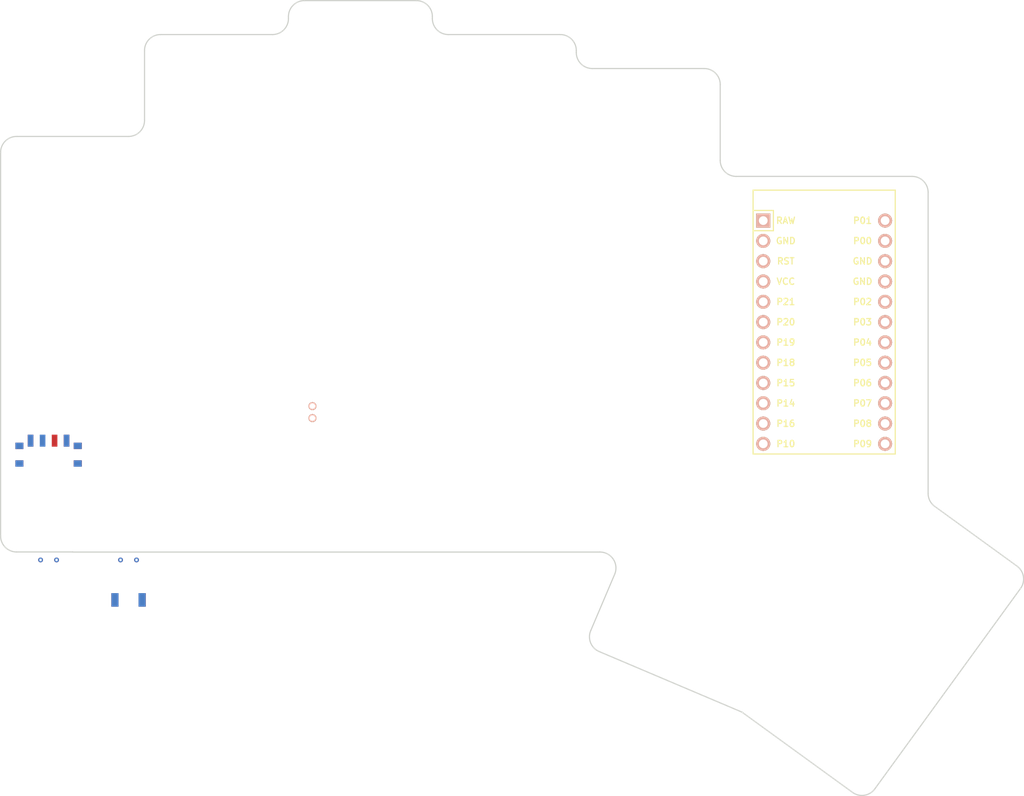
<source format=kicad_pcb>

            
(kicad_pcb (version 20171130) (host pcbnew 5.1.6)

  (page A3)
  (title_block
    (title main)
    (rev v1.0.0)
    (company Unknown)
  )

  (general
    (thickness 1.6)
  )

  (layers
    (0 F.Cu signal)
    (31 B.Cu signal)
    (32 B.Adhes user)
    (33 F.Adhes user)
    (34 B.Paste user)
    (35 F.Paste user)
    (36 B.SilkS user)
    (37 F.SilkS user)
    (38 B.Mask user)
    (39 F.Mask user)
    (40 Dwgs.User user)
    (41 Cmts.User user)
    (42 Eco1.User user)
    (43 Eco2.User user)
    (44 Edge.Cuts user)
    (45 Margin user)
    (46 B.CrtYd user)
    (47 F.CrtYd user)
    (48 B.Fab user)
    (49 F.Fab user)
  )

  (setup
    (last_trace_width 0.25)
    (trace_clearance 0.2)
    (zone_clearance 0.508)
    (zone_45_only no)
    (trace_min 0.2)
    (via_size 0.8)
    (via_drill 0.4)
    (via_min_size 0.4)
    (via_min_drill 0.3)
    (uvia_size 0.3)
    (uvia_drill 0.1)
    (uvias_allowed no)
    (uvia_min_size 0.2)
    (uvia_min_drill 0.1)
    (edge_width 0.05)
    (segment_width 0.2)
    (pcb_text_width 0.3)
    (pcb_text_size 1.5 1.5)
    (mod_edge_width 0.12)
    (mod_text_size 1 1)
    (mod_text_width 0.15)
    (pad_size 1.524 1.524)
    (pad_drill 0.762)
    (pad_to_mask_clearance 0.05)
    (aux_axis_origin 0 0)
    (visible_elements FFFFFF7F)
    (pcbplotparams
      (layerselection 0x010fc_ffffffff)
      (usegerberextensions false)
      (usegerberattributes true)
      (usegerberadvancedattributes true)
      (creategerberjobfile true)
      (excludeedgelayer true)
      (linewidth 0.100000)
      (plotframeref false)
      (viasonmask false)
      (mode 1)
      (useauxorigin false)
      (hpglpennumber 1)
      (hpglpenspeed 20)
      (hpglpendiameter 15.000000)
      (psnegative false)
      (psa4output false)
      (plotreference true)
      (plotvalue true)
      (plotinvisibletext false)
      (padsonsilk false)
      (subtractmaskfromsilk false)
      (outputformat 1)
      (mirror false)
      (drillshape 1)
      (scaleselection 1)
      (outputdirectory ""))
  )

            (net 0 "")
(net 1 "RAW")
(net 2 "GND")
(net 3 "RST")
(net 4 "VCC")
(net 5 "P21")
(net 6 "P20")
(net 7 "P19")
(net 8 "P18")
(net 9 "P15")
(net 10 "P14")
(net 11 "P16")
(net 12 "P10")
(net 13 "P1")
(net 14 "P0")
(net 15 "P2")
(net 16 "P3")
(net 17 "P4")
(net 18 "P5")
(net 19 "P6")
(net 20 "P7")
(net 21 "P8")
(net 22 "P9")
(net 23 "pos")
            
  (net_class Default "This is the default net class."
    (clearance 0.2)
    (trace_width 0.25)
    (via_dia 0.8)
    (via_drill 0.4)
    (uvia_dia 0.3)
    (uvia_drill 0.1)
    (add_net "")
(add_net "RAW")
(add_net "GND")
(add_net "RST")
(add_net "VCC")
(add_net "P21")
(add_net "P20")
(add_net "P19")
(add_net "P18")
(add_net "P15")
(add_net "P14")
(add_net "P16")
(add_net "P10")
(add_net "P1")
(add_net "P0")
(add_net "P2")
(add_net "P3")
(add_net "P4")
(add_net "P5")
(add_net "P6")
(add_net "P7")
(add_net "P8")
(add_net "P9")
(add_net "pos")
  )

            
        
      (module ProMicro (layer F.Cu) (tedit 5B307E4C)
      (at 112 -18.5 -90)

      
      (fp_text reference "MCU1" (at 0 0) (layer F.SilkS) hide (effects (font (size 1.27 1.27) (thickness 0.15))))
      (fp_text value "" (at 0 0) (layer F.SilkS) hide (effects (font (size 1.27 1.27) (thickness 0.15))))
    
      
      (fp_line (start -19.304 -3.81) (end -14.224 -3.81) (layer Dwgs.User) (width 0.15))
      (fp_line (start -19.304 3.81) (end -19.304 -3.81) (layer Dwgs.User) (width 0.15))
      (fp_line (start -14.224 3.81) (end -19.304 3.81) (layer Dwgs.User) (width 0.15))
      (fp_line (start -14.224 -3.81) (end -14.224 3.81) (layer Dwgs.User) (width 0.15))
    
      
      (fp_line (start -17.78 8.89) (end 15.24 8.89) (layer F.SilkS) (width 0.15))
      (fp_line (start 15.24 8.89) (end 15.24 -8.89) (layer F.SilkS) (width 0.15))
      (fp_line (start 15.24 -8.89) (end -17.78 -8.89) (layer F.SilkS) (width 0.15))
      (fp_line (start -17.78 -8.89) (end -17.78 8.89) (layer F.SilkS) (width 0.15))
      
        
        
        (fp_line (start -15.24 6.35) (end -12.7 6.35) (layer F.SilkS) (width 0.15))
        (fp_line (start -15.24 6.35) (end -15.24 8.89) (layer F.SilkS) (width 0.15))
        (fp_line (start -12.7 6.35) (end -12.7 8.89) (layer F.SilkS) (width 0.15))
      
        
        (fp_text user RAW (at -13.97 4.8 0) (layer F.SilkS) (effects (font (size 0.8 0.8) (thickness 0.15))))
        (fp_text user GND (at -11.43 4.8 0) (layer F.SilkS) (effects (font (size 0.8 0.8) (thickness 0.15))))
        (fp_text user RST (at -8.89 4.8 0) (layer F.SilkS) (effects (font (size 0.8 0.8) (thickness 0.15))))
        (fp_text user VCC (at -6.35 4.8 0) (layer F.SilkS) (effects (font (size 0.8 0.8) (thickness 0.15))))
        (fp_text user P21 (at -3.81 4.8 0) (layer F.SilkS) (effects (font (size 0.8 0.8) (thickness 0.15))))
        (fp_text user P20 (at -1.27 4.8 0) (layer F.SilkS) (effects (font (size 0.8 0.8) (thickness 0.15))))
        (fp_text user P19 (at 1.27 4.8 0) (layer F.SilkS) (effects (font (size 0.8 0.8) (thickness 0.15))))
        (fp_text user P18 (at 3.81 4.8 0) (layer F.SilkS) (effects (font (size 0.8 0.8) (thickness 0.15))))
        (fp_text user P15 (at 6.35 4.8 0) (layer F.SilkS) (effects (font (size 0.8 0.8) (thickness 0.15))))
        (fp_text user P14 (at 8.89 4.8 0) (layer F.SilkS) (effects (font (size 0.8 0.8) (thickness 0.15))))
        (fp_text user P16 (at 11.43 4.8 0) (layer F.SilkS) (effects (font (size 0.8 0.8) (thickness 0.15))))
        (fp_text user P10 (at 13.97 4.8 0) (layer F.SilkS) (effects (font (size 0.8 0.8) (thickness 0.15))))
      
        (fp_text user P01 (at -13.97 -4.8 0) (layer F.SilkS) (effects (font (size 0.8 0.8) (thickness 0.15))))
        (fp_text user P00 (at -11.43 -4.8 0) (layer F.SilkS) (effects (font (size 0.8 0.8) (thickness 0.15))))
        (fp_text user GND (at -8.89 -4.8 0) (layer F.SilkS) (effects (font (size 0.8 0.8) (thickness 0.15))))
        (fp_text user GND (at -6.35 -4.8 0) (layer F.SilkS) (effects (font (size 0.8 0.8) (thickness 0.15))))
        (fp_text user P02 (at -3.81 -4.8 0) (layer F.SilkS) (effects (font (size 0.8 0.8) (thickness 0.15))))
        (fp_text user P03 (at -1.27 -4.8 0) (layer F.SilkS) (effects (font (size 0.8 0.8) (thickness 0.15))))
        (fp_text user P04 (at 1.27 -4.8 0) (layer F.SilkS) (effects (font (size 0.8 0.8) (thickness 0.15))))
        (fp_text user P05 (at 3.81 -4.8 0) (layer F.SilkS) (effects (font (size 0.8 0.8) (thickness 0.15))))
        (fp_text user P06 (at 6.35 -4.8 0) (layer F.SilkS) (effects (font (size 0.8 0.8) (thickness 0.15))))
        (fp_text user P07 (at 8.89 -4.8 0) (layer F.SilkS) (effects (font (size 0.8 0.8) (thickness 0.15))))
        (fp_text user P08 (at 11.43 -4.8 0) (layer F.SilkS) (effects (font (size 0.8 0.8) (thickness 0.15))))
        (fp_text user P09 (at 13.97 -4.8 0) (layer F.SilkS) (effects (font (size 0.8 0.8) (thickness 0.15))))
      
        
        (pad 1 thru_hole rect (at -13.97 7.62 -90) (size 1.7526 1.7526) (drill 1.0922) (layers *.Cu *.SilkS *.Mask) (net 1 "RAW"))
        (pad 2 thru_hole circle (at -11.43 7.62 0) (size 1.7526 1.7526) (drill 1.0922) (layers *.Cu *.SilkS *.Mask) (net 2 "GND"))
        (pad 3 thru_hole circle (at -8.89 7.62 0) (size 1.7526 1.7526) (drill 1.0922) (layers *.Cu *.SilkS *.Mask) (net 3 "RST"))
        (pad 4 thru_hole circle (at -6.35 7.62 0) (size 1.7526 1.7526) (drill 1.0922) (layers *.Cu *.SilkS *.Mask) (net 4 "VCC"))
        (pad 5 thru_hole circle (at -3.81 7.62 0) (size 1.7526 1.7526) (drill 1.0922) (layers *.Cu *.SilkS *.Mask) (net 5 "P21"))
        (pad 6 thru_hole circle (at -1.27 7.62 0) (size 1.7526 1.7526) (drill 1.0922) (layers *.Cu *.SilkS *.Mask) (net 6 "P20"))
        (pad 7 thru_hole circle (at 1.27 7.62 0) (size 1.7526 1.7526) (drill 1.0922) (layers *.Cu *.SilkS *.Mask) (net 7 "P19"))
        (pad 8 thru_hole circle (at 3.81 7.62 0) (size 1.7526 1.7526) (drill 1.0922) (layers *.Cu *.SilkS *.Mask) (net 8 "P18"))
        (pad 9 thru_hole circle (at 6.35 7.62 0) (size 1.7526 1.7526) (drill 1.0922) (layers *.Cu *.SilkS *.Mask) (net 9 "P15"))
        (pad 10 thru_hole circle (at 8.89 7.62 0) (size 1.7526 1.7526) (drill 1.0922) (layers *.Cu *.SilkS *.Mask) (net 10 "P14"))
        (pad 11 thru_hole circle (at 11.43 7.62 0) (size 1.7526 1.7526) (drill 1.0922) (layers *.Cu *.SilkS *.Mask) (net 11 "P16"))
        (pad 12 thru_hole circle (at 13.97 7.62 0) (size 1.7526 1.7526) (drill 1.0922) (layers *.Cu *.SilkS *.Mask) (net 12 "P10"))
        
        (pad 13 thru_hole circle (at -13.97 -7.62 0) (size 1.7526 1.7526) (drill 1.0922) (layers *.Cu *.SilkS *.Mask) (net 13 "P1"))
        (pad 14 thru_hole circle (at -11.43 -7.62 0) (size 1.7526 1.7526) (drill 1.0922) (layers *.Cu *.SilkS *.Mask) (net 14 "P0"))
        (pad 15 thru_hole circle (at -8.89 -7.62 0) (size 1.7526 1.7526) (drill 1.0922) (layers *.Cu *.SilkS *.Mask) (net 2 "GND"))
        (pad 16 thru_hole circle (at -6.35 -7.62 0) (size 1.7526 1.7526) (drill 1.0922) (layers *.Cu *.SilkS *.Mask) (net 2 "GND"))
        (pad 17 thru_hole circle (at -3.81 -7.62 0) (size 1.7526 1.7526) (drill 1.0922) (layers *.Cu *.SilkS *.Mask) (net 15 "P2"))
        (pad 18 thru_hole circle (at -1.27 -7.62 0) (size 1.7526 1.7526) (drill 1.0922) (layers *.Cu *.SilkS *.Mask) (net 16 "P3"))
        (pad 19 thru_hole circle (at 1.27 -7.62 0) (size 1.7526 1.7526) (drill 1.0922) (layers *.Cu *.SilkS *.Mask) (net 17 "P4"))
        (pad 20 thru_hole circle (at 3.81 -7.62 0) (size 1.7526 1.7526) (drill 1.0922) (layers *.Cu *.SilkS *.Mask) (net 18 "P5"))
        (pad 21 thru_hole circle (at 6.35 -7.62 0) (size 1.7526 1.7526) (drill 1.0922) (layers *.Cu *.SilkS *.Mask) (net 19 "P6"))
        (pad 22 thru_hole circle (at 8.89 -7.62 0) (size 1.7526 1.7526) (drill 1.0922) (layers *.Cu *.SilkS *.Mask) (net 20 "P7"))
        (pad 23 thru_hole circle (at 11.43 -7.62 0) (size 1.7526 1.7526) (drill 1.0922) (layers *.Cu *.SilkS *.Mask) (net 21 "P8"))
        (pad 24 thru_hole circle (at 13.97 -7.62 0) (size 1.7526 1.7526) (drill 1.0922) (layers *.Cu *.SilkS *.Mask) (net 22 "P9"))
      )
        

        
(module Button_Switch_SMD:SW_SPDT_PCM12 (layer F.Cu) (tedit 5A02FC95)
        (at 15 -3.5 0)
  (descr "Ultraminiature Surface Mount Slide Switch, right-angle, https://www.ckswitches.com/media/1424/pcm.pdf")
  (attr smd)
  (fp_line (start -4.4 2.1) (end -4.4 -2.45) (layer F.CrtYd) (width 0.05))
  (fp_line (start -1.65 2.1) (end -4.4 2.1) (layer F.CrtYd) (width 0.05))
  (fp_line (start -1.65 3.4) (end -1.65 2.1) (layer F.CrtYd) (width 0.05))
  (fp_line (start 1.65 3.4) (end -1.65 3.4) (layer F.CrtYd) (width 0.05))
  (fp_line (start 1.65 2.1) (end 1.65 3.4) (layer F.CrtYd) (width 0.05))
  (fp_line (start 4.4 2.1) (end 1.65 2.1) (layer F.CrtYd) (width 0.05))
  (fp_line (start 4.4 -2.45) (end 4.4 2.1) (layer F.CrtYd) (width 0.05))
  (fp_line (start -4.4 -2.45) (end 4.4 -2.45) (layer F.CrtYd) (width 0.05))
  (fp_line (start 3.35 -1) (end -3.35 -1) (layer F.Fab) (width 0.1))
  (fp_line (start 3.35 1.6) (end 3.35 -1) (layer F.Fab) (width 0.1))
  (fp_line (start -3.35 1.6) (end 3.35 1.6) (layer F.Fab) (width 0.1))
  (fp_line (start -3.35 -1) (end -3.35 1.6) (layer F.Fab) (width 0.1))
  (fp_line (start -0.1 2.9) (end -0.1 1.6) (layer F.Fab) (width 0.1))
  (fp_line (start -0.15 2.95) (end -0.1 2.9) (layer F.Fab) (width 0.1))
  (fp_line (start -0.35 3.15) (end -0.15 2.95) (layer F.Fab) (width 0.1))
  (fp_line (start -1.2 3.15) (end -0.35 3.15) (layer F.Fab) (width 0.1))
  (fp_line (start -1.4 2.95) (end -1.2 3.15) (layer F.Fab) (width 0.1))
  (fp_line (start -1.4 1.65) (end -1.4 2.95) (layer F.Fab) (width 0.1))
  (fp_text user %R (at 0 -3.2) (layer F.Fab)
    (effects (font (size 1 1) (thickness 0.15)))
  )

      
        
            
  (pad "" np_thru_hole circle (at -1.5 0.33) (size 0.9 0.9) (drill 0.9) (layers *.Cu *.Mask))
  (pad "" np_thru_hole circle (at 1.5 0.33) (size 0.9 0.9) (drill 0.9) (layers *.Cu *.Mask))
  (pad 1 smd rect (at -2.25 -1.43) (size 0.7 1.5) (layers F.Cu F.Paste F.Mask) (net 23 "pos"))

  (pad 2 smd rect (at 0.75 -1.43) (size 0.7 1.5) (layers F.Cu F.Paste F.Mask) (net 1 "RAW"))
  (pad 3 smd rect (at 2.25 -1.43) (size 0.7 1.5) (layers F.Cu F.Paste F.Mask))
  (pad "" smd rect (at -3.65 1.43) (size 1 0.8) (layers F.Cu F.Paste F.Mask))
  (pad "" smd rect (at 3.65 1.43) (size 1 0.8) (layers F.Cu F.Paste F.Mask))
  (pad "" smd rect (at 3.65 -0.78) (size 1 0.8) (layers F.Cu F.Paste F.Mask))
  (pad "" smd rect (at -3.65 -0.78) (size 1 0.8) (layers F.Cu F.Paste F.Mask))
          
        
            
  (pad "" np_thru_hole circle (at -1.5 0.33) (size 0.9 0.9) (drill 0.9) (layers *.Cu *.Mask))
  (pad "" np_thru_hole circle (at 1.5 0.33) (size 0.9 0.9) (drill 0.9) (layers *.Cu *.Mask))
  (pad 1 smd rect (at 2.25 -1.43) (size 0.7 1.5) (layers B.Cu B.Paste B.Mask) (net 23 "pos"))

  (pad 2 smd rect (at -0.75 -1.43) (size 0.7 1.5) (layers B.Cu B.Paste B.Mask) (net 1 "RAW"))
  (pad 3 smd rect (at -2.25 -1.43) (size 0.7 1.5) (layers B.Cu B.Paste B.Mask))
  (pad "" smd rect (at 3.65 1.43) (size 1 0.8) (layers B.Cu B.Paste B.Mask))
  (pad "" smd rect (at -3.65 1.43) (size 1 0.8) (layers B.Cu B.Paste B.Mask))
  (pad "" smd rect (at -3.65 -0.78) (size 1 0.8) (layers B.Cu B.Paste B.Mask))
  (pad "" smd rect (at 3.65 -0.78) (size 1 0.8) (layers B.Cu B.Paste B.Mask))
          )
        

      (module VIA-0.6mm (layer F.Cu) (tedit 591DBFB0)
      (at 16 10 0)   
      
      (fp_text reference REF** (at 0 1.4) (layer F.SilkS) hide (effects (font (size 1 1) (thickness 0.15))))
      (fp_text value VIA-0.6mm (at 0 -1.4) (layer F.Fab) hide (effects (font (size 1 1) (thickness 0.15))))

      
      (pad 1 thru_hole circle (at 0 0) (size 0.6 0.6) (drill 0.3) (layers *.Cu) (zone_connect 2) (net 1 "RAW"))
      )
    

      (module VIA-0.6mm (layer F.Cu) (tedit 591DBFB0)
      (at 14 10 0)   
      
      (fp_text reference REF** (at 0 1.4) (layer F.SilkS) hide (effects (font (size 1 1) (thickness 0.15))))
      (fp_text value VIA-0.6mm (at 0 -1.4) (layer F.Fab) hide (effects (font (size 1 1) (thickness 0.15))))

      
      (pad 1 thru_hole circle (at 0 0) (size 0.6 0.6) (drill 0.3) (layers *.Cu) (zone_connect 2) (net 23 "pos"))
      )
    

      (module VIA-0.6mm (layer F.Cu) (tedit 591DBFB0)
      (at 26 10 0)   
      
      (fp_text reference REF** (at 0 1.4) (layer F.SilkS) hide (effects (font (size 1 1) (thickness 0.15))))
      (fp_text value VIA-0.6mm (at 0 -1.4) (layer F.Fab) hide (effects (font (size 1 1) (thickness 0.15))))

      
      (pad 1 thru_hole circle (at 0 0) (size 0.6 0.6) (drill 0.3) (layers *.Cu) (zone_connect 2) (net 2 "GND"))
      )
    

      (module VIA-0.6mm (layer F.Cu) (tedit 591DBFB0)
      (at 24 10 0)   
      
      (fp_text reference REF** (at 0 1.4) (layer F.SilkS) hide (effects (font (size 1 1) (thickness 0.15))))
      (fp_text value VIA-0.6mm (at 0 -1.4) (layer F.Fab) hide (effects (font (size 1 1) (thickness 0.15))))

      
      (pad 1 thru_hole circle (at 0 0) (size 0.6 0.6) (drill 0.3) (layers *.Cu) (zone_connect 2) (net 3 "RST"))
      )
    

		
	(module Button_Switch_SMD:SW_SPST_B3U-1000P (layer F.Cu) (tedit 5A02FC95)
        (at 25 15 0)
	  (descr "Ultra-small-sized Tactile Switch with High Contact Reliability, Top-actuated Model, without Ground Terminal, without Boss")
	  (tags "Tactile Switch")
	  (attr smd)
	  (fp_circle (center 0 0) (end 0.75 0) (layer F.Fab) (width 0.1))
	  (fp_line (start -1.5 1.25) (end -1.5 -1.25) (layer F.Fab) (width 0.1))
	  (fp_line (start 1.5 1.25) (end -1.5 1.25) (layer F.Fab) (width 0.1))
	  (fp_line (start 1.5 -1.25) (end 1.5 1.25) (layer F.Fab) (width 0.1))
	  (fp_line (start -1.5 -1.25) (end 1.5 -1.25) (layer F.Fab) (width 0.1))
	  (fp_line (start -2.4 -1.65) (end -2.4 1.65) (layer F.CrtYd) (width 0.05))
	  (fp_line (start 2.4 -1.65) (end -2.4 -1.65) (layer F.CrtYd) (width 0.05))
	  (fp_line (start 2.4 1.65) (end 2.4 -1.65) (layer F.CrtYd) (width 0.05))
	  (fp_line (start -2.4 1.65) (end 2.4 1.65) (layer F.CrtYd) (width 0.05))
	  (fp_text user %R (at 0 -2.5) (layer F.Fab)
	    (effects (font (size 1 1) (thickness 0.15)))
	  )

	      
		
		    
	  (pad 1 smd rect (at -1.7 0) (size 0.9 1.7) (layers B.Cu B.Paste B.Mask) (net 3 "RST"))
	  (pad 2 smd rect (at 1.7 0) (size 0.9 1.7) (layers B.Cu B.Paste B.Mask) (net 2 "GND"))
		  
		
		    
	  (pad 1 smd rect (at 1.7 0) (size 0.9 1.7) (layers F.Cu F.Paste F.Mask) (net 3 "RST"))
	  (pad 2 smd rect (at -1.7 0) (size 0.9 1.7) (layers F.Cu F.Paste F.Mask) (net 2 "GND"))
		  )
		

    
    (module lib:bat (layer F.Cu) (tstamp 5BF2CC94)
        (at 48 -8.5 0)
	  (pad 1 thru_hole circle (at 0 -0.75 0) (size 1 1) (drill 0.7) (layers *.Cu *.SilkS *.Mask) (net 23 "pos")) 
	  (pad 2 thru_hole circle (at 0 0.75 0) (size 1 1) (drill 0.7) (layers *.Cu *.SilkS *.Mask) (net 2 "GND"))
     )

    
            (gr_line (start 11 9) (end 18 9) (angle 90) (layer Edge.Cuts) (width 0.15))
(gr_line (start 9 7) (end 9 -41) (angle 90) (layer Edge.Cuts) (width 0.15))
(gr_line (start 25 -43) (end 11 -43) (angle 90) (layer Edge.Cuts) (width 0.15))
(gr_line (start 43 -55.75) (end 29 -55.75) (angle 90) (layer Edge.Cuts) (width 0.15))
(gr_line (start 27 -53.75) (end 27 -45) (angle 90) (layer Edge.Cuts) (width 0.15))
(gr_line (start 63 -57.75) (end 63 -58) (angle 90) (layer Edge.Cuts) (width 0.15))
(gr_line (start 61 -60) (end 47 -60) (angle 90) (layer Edge.Cuts) (width 0.15))
(gr_line (start 45 -58) (end 45 -57.75) (angle 90) (layer Edge.Cuts) (width 0.15))
(gr_line (start 81 -53.5) (end 81 -53.75) (angle 90) (layer Edge.Cuts) (width 0.15))
(gr_line (start 79 -55.75) (end 65 -55.75) (angle 90) (layer Edge.Cuts) (width 0.15))
(gr_line (start 99 -40) (end 99 -49.5) (angle 90) (layer Edge.Cuts) (width 0.15))
(gr_line (start 97 -51.5) (end 83 -51.5) (angle 90) (layer Edge.Cuts) (width 0.15))
(gr_line (start 83.8661031061016 21.464896295986037) (end 101.80335118537006 29.078806347545402) (angle 90) (layer Edge.Cuts) (width 0.15))
(gr_line (start 82.80655553416763 18.842424365451848) (end 85.7995114425021 11.791462179300083) (angle 90) (layer Edge.Cuts) (width 0.15))
(gr_line (start 101.7913948 29.0952629) (end 115.54468364799334 39.08761214930397) (angle 90) (layer Edge.Cuts) (width 0.15))
(gr_line (start 118.33828816589136 38.645148762307656) (end 136.55963094898135 13.565621954860092) (angle 90) (layer Edge.Cuts) (width 0.15))
(gr_line (start 101.7913948 29.0952629) (end 101.80335118537006 29.078806347545424) (angle 90) (layer Edge.Cuts) (width 0.15))
(gr_line (start 136.11716756198507 10.772017436962088) (end 125.82442943454917 3.293905487566093) (angle 90) (layer Edge.Cuts) (width 0.15))
(gr_line (start 125 1.6758715351189153) (end 125 -36) (angle 90) (layer Edge.Cuts) (width 0.15))
(gr_line (start 123 -38) (end 101 -38) (angle 90) (layer Edge.Cuts) (width 0.15))
(gr_line (start 18 9.010000000000002) (end 83.95850169126801 9.010000000000002) (angle 90) (layer Edge.Cuts) (width 0.15))
(gr_line (start 18 9) (end 18 9.010000000000002) (angle 90) (layer Edge.Cuts) (width 0.15))
(gr_arc (start 83.95850169126801 11.010000000000002) (end 85.79951139126801 11.791462200000002) (angle -112.99999745537406) (layer Edge.Cuts) (width 0.15))
(gr_arc (start 84.6475652854017 19.62388654475194) (end 82.8065555854017 18.84242434475194) (angle -90.00000000000034) (layer Edge.Cuts) (width 0.15))
(gr_arc (start 116.72025421344416 37.46957819685679) (end 115.54468361344416 39.08761209685679) (angle -89.99999999999912) (layer Edge.Cuts) (width 0.15))
(gr_arc (start 134.94159699653417 12.390051389409251) (end 136.55963089653417 13.565621989409252) (angle -89.99999999999847) (layer Edge.Cuts) (width 0.15))
(gr_arc (start 127 1.6758715351189153) (end 125 1.6758715351189153) (angle -53.99999797803963) (layer Edge.Cuts) (width 0.15))
(gr_arc (start 123 -36) (end 125 -36) (angle -90) (layer Edge.Cuts) (width 0.15))
(gr_arc (start 101 -40) (end 99 -40) (angle -90) (layer Edge.Cuts) (width 0.15))
(gr_arc (start 97 -49.5) (end 99 -49.5) (angle -90) (layer Edge.Cuts) (width 0.15))
(gr_arc (start 83 -53.5) (end 81 -53.5) (angle -90) (layer Edge.Cuts) (width 0.15))
(gr_arc (start 79 -53.75) (end 81 -53.75) (angle -90) (layer Edge.Cuts) (width 0.15))
(gr_arc (start 65 -57.75) (end 63 -57.75) (angle -90) (layer Edge.Cuts) (width 0.15))
(gr_arc (start 61 -58) (end 63 -58) (angle -90) (layer Edge.Cuts) (width 0.15))
(gr_arc (start 47 -58) (end 47 -60) (angle -90) (layer Edge.Cuts) (width 0.15))
(gr_arc (start 43 -57.75) (end 43 -55.75) (angle -90) (layer Edge.Cuts) (width 0.15))
(gr_arc (start 29 -53.75) (end 29 -55.75) (angle -90) (layer Edge.Cuts) (width 0.15))
(gr_arc (start 25 -45) (end 25 -43) (angle -90) (layer Edge.Cuts) (width 0.15))
(gr_arc (start 11 -41) (end 11 -43) (angle -90) (layer Edge.Cuts) (width 0.15))
(gr_arc (start 11 7) (end 9 7) (angle -90) (layer Edge.Cuts) (width 0.15))
            
)

        
</source>
